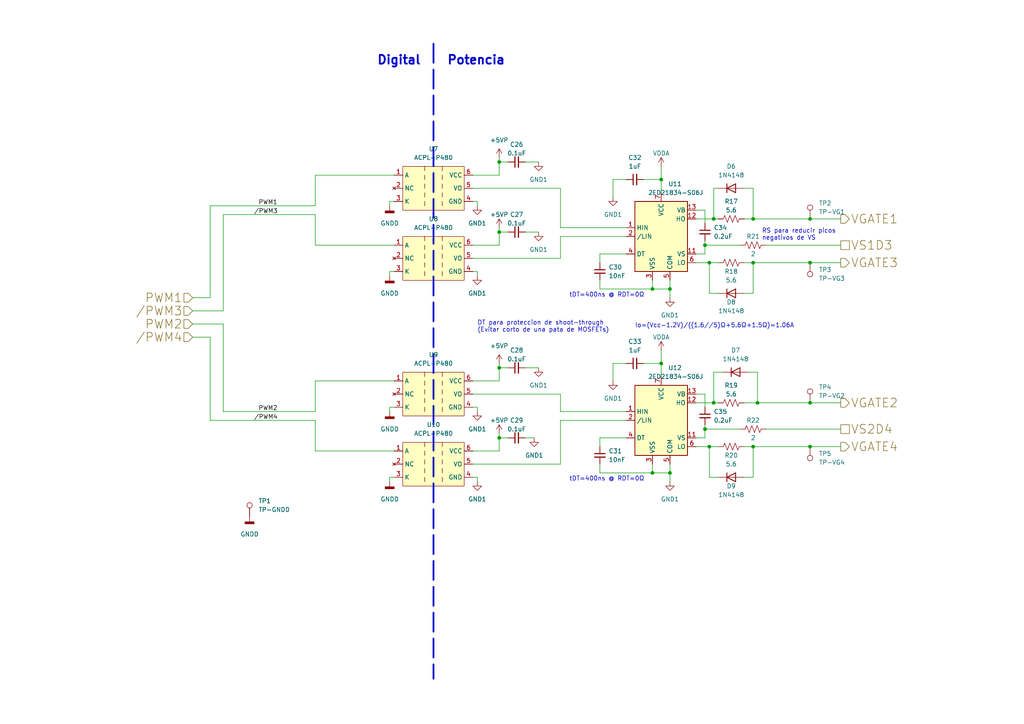
<source format=kicad_sch>
(kicad_sch (version 20211123) (generator eeschema)
  (paper "A4")
  (lib_symbols
    (symbol "2ED21834-S06J_1"
      (property "Reference" "U" (at 8.89 -1.27 0))
      (property "Value" "2ED21834-S06J_1" (at 16.51 1.27 0))
      (symbol "2ED21834-S06J_1_0_1"
        (rectangle (start -7.62 -10.16) (end 7.62 10.16) (stroke (width 0.254)) (fill (type background)))
      )
      (symbol "2ED21834-S06J_1_1_1"
        (pin input line (at -10.16 2.54 0) (length 2.54) (name "HIN") (number "1"))
        (pin no_connect line (at 7.62 -2.54 180) (length 2.54) hide (name "NC") (number "10"))
        (pin passive line (at 10.16 -5.08 180) (length 2.54) (name "VS") (number "11"))
        (pin output line (at 10.16 5.08 180) (length 2.54) (name "HO") (number "12"))
        (pin passive line (at 10.16 7.62 180) (length 2.54) (name "VB") (number "13"))
        (pin no_connect line (at 7.62 2.54 180) (length 2.54) hide (name "NC") (number "14"))
        (pin input line (at -10.16 0 0) (length 2.54) (name "/LIN") (number "2"))
        (pin power_in line (at -2.54 -12.7 90) (length 2.54) (name "VSS") (number "3"))
        (pin passive line (at -10.16 -5.08 0) (length 2.54) (name "DT") (number "4"))
        (pin power_in line (at 2.54 -12.7 90) (length 2.54) (name "COM") (number "5"))
        (pin output line (at 10.16 -7.62 180) (length 2.54) (name "LO") (number "6"))
        (pin power_in line (at 0 12.7 270) (length 2.54) (name "VCC") (number "7"))
        (pin no_connect line (at -7.62 5.08 0) (length 2.54) hide (name "NC") (number "8"))
        (pin no_connect line (at -7.62 -2.54 0) (length 2.54) hide (name "NC") (number "9"))
      )
    )
    (symbol "ACPL-P480_1"
      (property "Reference" "U" (at 0 -7.62 0))
      (property "Value" "ACPL-P480_1" (at 0 7.62 0))
      (symbol "ACPL-P480_1_0_1"
        (rectangle (start -8.89 6.35) (end 8.89 -6.35) (fill (type background)))
        (polyline (pts (xy -2.54 -3.81) (xy -2.54 -5.08)))
        (polyline (pts (xy -2.54 -1.27) (xy -2.54 -2.54)))
        (polyline (pts (xy -2.54 1.27) (xy -2.54 0)))
        (polyline (pts (xy -2.54 3.81) (xy -2.54 2.54)))
        (polyline (pts (xy -2.54 6.35) (xy -2.54 5.08)))
        (polyline (pts (xy 2.54 -3.81) (xy 2.54 -5.08)))
        (polyline (pts (xy 2.54 -1.27) (xy 2.54 -2.54)))
        (polyline (pts (xy 2.54 1.27) (xy 2.54 0)))
        (polyline (pts (xy 2.54 3.81) (xy 2.54 2.54)))
        (polyline (pts (xy 2.54 6.35) (xy 2.54 5.08)))
      )
      (symbol "ACPL-P480_1_1_1"
        (pin input line (at -11.43 3.81 0) (length 2.54) (name "A") (number "1"))
        (pin no_connect line (at -11.43 0 0) (length 2.54) (name "NC") (number "2"))
        (pin passive line (at -11.43 -3.81 0) (length 2.54) (name "K") (number "3"))
        (pin passive line (at 11.43 -3.81 180) (length 2.54) (name "GND") (number "4"))
        (pin output line (at 11.43 0 180) (length 2.54) (name "VO") (number "5"))
        (pin power_in line (at 11.43 3.81 180) (length 2.54) (name "VCC") (number "6"))
      )
    )
    (symbol "ACPL-P480_2"
      (property "Reference" "U" (at 0 -7.62 0))
      (property "Value" "ACPL-P480_2" (at 0 7.62 0))
      (symbol "ACPL-P480_2_0_1"
        (rectangle (start -8.89 6.35) (end 8.89 -6.35) (fill (type background)))
        (polyline (pts (xy -2.54 -3.81) (xy -2.54 -5.08)))
        (polyline (pts (xy -2.54 -1.27) (xy -2.54 -2.54)))
        (polyline (pts (xy -2.54 1.27) (xy -2.54 0)))
        (polyline (pts (xy -2.54 3.81) (xy -2.54 2.54)))
        (polyline (pts (xy -2.54 6.35) (xy -2.54 5.08)))
        (polyline (pts (xy 2.54 -3.81) (xy 2.54 -5.08)))
        (polyline (pts (xy 2.54 -1.27) (xy 2.54 -2.54)))
        (polyline (pts (xy 2.54 1.27) (xy 2.54 0)))
        (polyline (pts (xy 2.54 3.81) (xy 2.54 2.54)))
        (polyline (pts (xy 2.54 6.35) (xy 2.54 5.08)))
      )
      (symbol "ACPL-P480_2_1_1"
        (pin input line (at -11.43 3.81 0) (length 2.54) (name "A") (number "1"))
        (pin no_connect line (at -11.43 0 0) (length 2.54) (name "NC") (number "2"))
        (pin passive line (at -11.43 -3.81 0) (length 2.54) (name "K") (number "3"))
        (pin passive line (at 11.43 -3.81 180) (length 2.54) (name "GND") (number "4"))
        (pin output line (at 11.43 0 180) (length 2.54) (name "VO") (number "5"))
        (pin power_in line (at 11.43 3.81 180) (length 2.54) (name "VCC") (number "6"))
      )
    )
    (symbol "ACPL-P480_3"
      (property "Reference" "U" (at 0 -7.62 0))
      (property "Value" "ACPL-P480_3" (at 0 7.62 0))
      (symbol "ACPL-P480_3_0_1"
        (rectangle (start -8.89 6.35) (end 8.89 -6.35) (fill (type background)))
        (polyline (pts (xy -2.54 -3.81) (xy -2.54 -5.08)))
        (polyline (pts (xy -2.54 -1.27) (xy -2.54 -2.54)))
        (polyline (pts (xy -2.54 1.27) (xy -2.54 0)))
        (polyline (pts (xy -2.54 3.81) (xy -2.54 2.54)))
        (polyline (pts (xy -2.54 6.35) (xy -2.54 5.08)))
        (polyline (pts (xy 2.54 -3.81) (xy 2.54 -5.08)))
        (polyline (pts (xy 2.54 -1.27) (xy 2.54 -2.54)))
        (polyline (pts (xy 2.54 1.27) (xy 2.54 0)))
        (polyline (pts (xy 2.54 3.81) (xy 2.54 2.54)))
        (polyline (pts (xy 2.54 6.35) (xy 2.54 5.08)))
      )
      (symbol "ACPL-P480_3_1_1"
        (pin input line (at -11.43 3.81 0) (length 2.54) (name "A") (number "1"))
        (pin no_connect line (at -11.43 0 0) (length 2.54) (name "NC") (number "2"))
        (pin passive line (at -11.43 -3.81 0) (length 2.54) (name "K") (number "3"))
        (pin passive line (at 11.43 -3.81 180) (length 2.54) (name "GND") (number "4"))
        (pin output line (at 11.43 0 180) (length 2.54) (name "VO") (number "5"))
        (pin power_in line (at 11.43 3.81 180) (length 2.54) (name "VCC") (number "6"))
      )
    )
    (symbol "Componentes proyecto:2ED21834-S06J"
      (property "Reference" "U" (at 8.89 -1.27 0))
      (property "Value" "2ED21834-S06J" (at 16.51 1.27 0))
      (symbol "2ED21834-S06J_0_1"
        (rectangle (start -7.62 -10.16) (end 7.62 10.16) (stroke (width 0.254)) (fill (type background)))
      )
      (symbol "2ED21834-S06J_1_1"
        (pin input line (at -10.16 2.54 0) (length 2.54) (name "HIN") (number "1"))
        (pin no_connect line (at 7.62 -2.54 180) (length 2.54) hide (name "NC") (number "10"))
        (pin passive line (at 10.16 -5.08 180) (length 2.54) (name "VS") (number "11"))
        (pin output line (at 10.16 5.08 180) (length 2.54) (name "HO") (number "12"))
        (pin passive line (at 10.16 7.62 180) (length 2.54) (name "VB") (number "13"))
        (pin no_connect line (at 7.62 2.54 180) (length 2.54) hide (name "NC") (number "14"))
        (pin input line (at -10.16 0 0) (length 2.54) (name "/LIN") (number "2"))
        (pin power_in line (at -2.54 -12.7 90) (length 2.54) (name "VSS") (number "3"))
        (pin passive line (at -10.16 -5.08 0) (length 2.54) (name "DT") (number "4"))
        (pin power_in line (at 2.54 -12.7 90) (length 2.54) (name "COM") (number "5"))
        (pin output line (at 10.16 -7.62 180) (length 2.54) (name "LO") (number "6"))
        (pin power_in line (at 0 12.7 270) (length 2.54) (name "VCC") (number "7"))
        (pin no_connect line (at -7.62 5.08 0) (length 2.54) hide (name "NC") (number "8"))
        (pin no_connect line (at -7.62 -2.54 0) (length 2.54) hide (name "NC") (number "9"))
      )
    )
    (symbol "Componentes proyecto:ACPL-P480"
      (property "Reference" "U" (at 0 -7.62 0))
      (property "Value" "ACPL-P480" (at 0 7.62 0))
      (symbol "ACPL-P480_0_1"
        (rectangle (start -8.89 6.35) (end 8.89 -6.35) (fill (type background)))
        (polyline (pts (xy -2.54 -3.81) (xy -2.54 -5.08)))
        (polyline (pts (xy -2.54 -1.27) (xy -2.54 -2.54)))
        (polyline (pts (xy -2.54 1.27) (xy -2.54 0)))
        (polyline (pts (xy -2.54 3.81) (xy -2.54 2.54)))
        (polyline (pts (xy -2.54 6.35) (xy -2.54 5.08)))
        (polyline (pts (xy 2.54 -3.81) (xy 2.54 -5.08)))
        (polyline (pts (xy 2.54 -1.27) (xy 2.54 -2.54)))
        (polyline (pts (xy 2.54 1.27) (xy 2.54 0)))
        (polyline (pts (xy 2.54 3.81) (xy 2.54 2.54)))
        (polyline (pts (xy 2.54 6.35) (xy 2.54 5.08)))
      )
      (symbol "ACPL-P480_1_1"
        (pin input line (at -11.43 3.81 0) (length 2.54) (name "A") (number "1"))
        (pin no_connect line (at -11.43 0 0) (length 2.54) (name "NC") (number "2"))
        (pin passive line (at -11.43 -3.81 0) (length 2.54) (name "K") (number "3"))
        (pin passive line (at 11.43 -3.81 180) (length 2.54) (name "GND") (number "4"))
        (pin output line (at 11.43 0 180) (length 2.54) (name "VO") (number "5"))
        (pin power_in line (at 11.43 3.81 180) (length 2.54) (name "VCC") (number "6"))
      )
    )
    (symbol "Connector:TestPoint" (pin_numbers hide) (pin_names (offset 0.762) hide)
      (property "Reference" "TP" (at 0 6.858 0))
      (property "Value" "TestPoint" (at 0 5.08 0))
      (symbol "TestPoint_0_1"
        (circle (center 0 3.302) (radius 0.762))
      )
      (symbol "TestPoint_1_1"
        (pin passive line (at 0 0 90) (length 2.54) (name "1") (number "1"))
      )
    )
    (symbol "Device:C_Small" (pin_numbers hide) (pin_names (offset 0.254) hide)
      (property "Reference" "C" (at 0.254 1.778 0))
      (property "Value" "C_Small" (at 0.254 -2.032 0))
      (symbol "C_Small_0_1"
        (polyline (pts (xy -1.524 -0.508) (xy 1.524 -0.508)) (stroke (width 0.3302)))
        (polyline (pts (xy -1.524 0.508) (xy 1.524 0.508)) (stroke (width 0.3048)))
      )
      (symbol "C_Small_1_1"
        (pin passive line (at 0 2.54 270) (length 2.032) (name "~") (number "1"))
        (pin passive line (at 0 -2.54 90) (length 2.032) (name "~") (number "2"))
      )
    )
    (symbol "Device:R_US" (pin_numbers hide) (pin_names (offset 0))
      (property "Reference" "R" (at 2.54 0 90))
      (property "Value" "R_US" (at -2.54 0 90))
      (symbol "R_US_0_1"
        (polyline (pts (xy 0 -2.286) (xy 0 -2.54)))
        (polyline (pts (xy 0 2.286) (xy 0 2.54)))
        (polyline (pts (xy 0 -0.762) (xy 1.016 -1.143) (xy 0 -1.524) (xy -1.016 -1.905) (xy 0 -2.286)))
        (polyline (pts (xy 0 0.762) (xy 1.016 0.381) (xy 0 0) (xy -1.016 -0.381) (xy 0 -0.762)))
        (polyline (pts (xy 0 2.286) (xy 1.016 1.905) (xy 0 1.524) (xy -1.016 1.143) (xy 0 0.762)))
      )
      (symbol "R_US_1_1"
        (pin passive line (at 0 3.81 270) (length 1.27) (name "~") (number "1"))
        (pin passive line (at 0 -3.81 90) (length 1.27) (name "~") (number "2"))
      )
    )
    (symbol "Diode:1N4148" (pin_numbers hide) (pin_names (offset 1.016) hide)
      (property "Reference" "D" (at 0 2.54 0))
      (property "Value" "1N4148" (at 0 -2.54 0))
      (symbol "1N4148_0_1"
        (polyline (pts (xy -1.27 1.27) (xy -1.27 -1.27)) (stroke (width 0.254)))
        (polyline (pts (xy 1.27 0) (xy -1.27 0)))
        (polyline (pts (xy 1.27 1.27) (xy 1.27 -1.27) (xy -1.27 0) (xy 1.27 1.27)) (stroke (width 0.254)))
      )
      (symbol "1N4148_1_1"
        (pin passive line (at -3.81 0 0) (length 2.54) (name "K") (number "1"))
        (pin passive line (at 3.81 0 180) (length 2.54) (name "A") (number "2"))
      )
    )
    (symbol "power:+5VP" (power) (pin_names (offset 0))
      (property "Value" "+5VP" (at 0 3.556 0))
      (symbol "+5VP_0_1"
        (polyline (pts (xy -0.762 1.27) (xy 0 2.54)))
        (polyline (pts (xy 0 0) (xy 0 2.54)))
        (polyline (pts (xy 0 2.54) (xy 0.762 1.27)))
      )
      (symbol "+5VP_1_1"
        (pin power_in line (at 0 0 90) (length 0) hide (name "+5VP") (number "1"))
      )
    )
    (symbol "power:GND1" (power) (pin_names (offset 0))
      (property "Value" "GND1" (at 0 -3.81 0))
      (symbol "GND1_0_1"
        (polyline (pts (xy 0 0) (xy 0 -1.27) (xy 1.27 -1.27) (xy 0 -2.54) (xy -1.27 -1.27) (xy 0 -1.27)))
      )
      (symbol "GND1_1_1"
        (pin power_in line (at 0 0 270) (length 0) hide (name "GND1") (number "1"))
      )
    )
    (symbol "power:GNDD" (power) (pin_names (offset 0))
      (property "Value" "GNDD" (at 0 -3.175 0))
      (symbol "GNDD_0_1"
        (rectangle (start -1.27 -1.524) (end 1.27 -2.032) (stroke (width 0.254)) (fill (type outline)))
        (polyline (pts (xy 0 0) (xy 0 -1.524)))
      )
      (symbol "GNDD_1_1"
        (pin power_in line (at 0 0 270) (length 0) hide (name "GNDD") (number "1"))
      )
    )
    (symbol "power:VDDA" (power) (pin_names (offset 0))
      (property "Value" "VDDA" (at 0 3.81 0))
      (symbol "VDDA_0_1"
        (polyline (pts (xy -0.762 1.27) (xy 0 2.54)))
        (polyline (pts (xy 0 0) (xy 0 2.54)))
        (polyline (pts (xy 0 2.54) (xy 0.762 1.27)))
      )
      (symbol "VDDA_1_1"
        (pin power_in line (at 0 0 90) (length 0) hide (name "VDDA") (number "1"))
      )
    )
  )
  (junction (at 205.74 129.54))
  (junction (at 219.71 116.84))
  (junction (at 234.95 129.54))
  (junction (at 204.47 71.12))
  (junction (at 144.78 127))
  (junction (at 204.47 124.46))
  (junction (at 194.31 83.82))
  (junction (at 218.44 63.5))
  (junction (at 144.78 46.99))
  (junction (at 218.44 129.54))
  (junction (at 234.95 63.5))
  (junction (at 218.44 76.2))
  (junction (at 234.95 76.2))
  (junction (at 189.23 137.16))
  (junction (at 191.77 52.07))
  (junction (at 194.31 137.16))
  (junction (at 191.77 105.41))
  (junction (at 144.78 67.31))
  (junction (at 207.01 63.5))
  (junction (at 234.95 116.84))
  (junction (at 205.74 76.2))
  (junction (at 144.78 106.68))
  (junction (at 207.01 116.84))
  (junction (at 189.23 83.82))
  (wire (pts (xy 137.16 130.81) (xy 144.78 130.81)))
  (wire (pts (xy 215.9 116.84) (xy 219.71 116.84)))
  (wire (pts (xy 113.03 138.43) (xy 113.03 139.7)))
  (wire (pts (xy 162.56 121.92) (xy 181.61 121.92)))
  (wire (pts (xy 137.16 134.62) (xy 162.56 134.62)))
  (wire (pts (xy 218.44 129.54) (xy 218.44 138.43)))
  (wire (pts (xy 144.78 67.31) (xy 147.32 67.31)))
  (wire (pts (xy 207.01 116.84) (xy 208.28 116.84)))
  (wire (pts (xy 144.78 127) (xy 147.32 127)))
  (wire (pts (xy 114.3 78.74) (xy 113.03 78.74)))
  (wire (pts (xy 201.93 129.54) (xy 205.74 129.54)))
  (wire (pts (xy 137.16 74.93) (xy 162.56 74.93)))
  (wire (pts (xy 204.47 124.46) (xy 204.47 127)))
  (wire (pts (xy 144.78 46.99) (xy 144.78 45.72)))
  (wire (pts (xy 91.44 50.8) (xy 114.3 50.8)))
  (wire (pts (xy 144.78 130.81) (xy 144.78 127)))
  (wire (pts (xy 204.47 114.3) (xy 201.93 114.3)))
  (wire (pts (xy 215.9 129.54) (xy 218.44 129.54)))
  (wire (pts (xy 137.16 54.61) (xy 162.56 54.61)))
  (wire (pts (xy 137.16 114.3) (xy 162.56 114.3)))
  (wire (pts (xy 173.99 134.62) (xy 173.99 137.16)))
  (wire (pts (xy 219.71 116.84) (xy 234.95 116.84)))
  (wire (pts (xy 91.44 62.23) (xy 91.44 71.12)))
  (wire (pts (xy 162.56 74.93) (xy 162.56 68.58)))
  (wire (pts (xy 215.9 85.09) (xy 218.44 85.09)))
  (wire (pts (xy 181.61 127) (xy 173.99 127)))
  (wire (pts (xy 114.3 138.43) (xy 113.03 138.43)))
  (wire (pts (xy 162.56 134.62) (xy 162.56 121.92)))
  (wire (pts (xy 137.16 71.12) (xy 144.78 71.12)))
  (wire (pts (xy 60.96 59.69) (xy 91.44 59.69)))
  (wire (pts (xy 91.44 121.92) (xy 91.44 130.81)))
  (wire (pts (xy 144.78 50.8) (xy 144.78 46.99)))
  (wire (pts (xy 91.44 110.49) (xy 114.3 110.49)))
  (wire (pts (xy 64.77 93.98) (xy 64.77 119.38)))
  (wire (pts (xy 204.47 118.11) (xy 204.47 114.3)))
  (wire (pts (xy 137.16 50.8) (xy 144.78 50.8)))
  (wire (pts (xy 64.77 62.23) (xy 91.44 62.23)))
  (wire (pts (xy 218.44 54.61) (xy 218.44 63.5)))
  (wire (pts (xy 152.4 106.68) (xy 156.21 106.68)))
  (wire (pts (xy 209.55 107.95) (xy 207.01 107.95)))
  (wire (pts (xy 60.96 86.36) (xy 60.96 59.69)))
  (wire (pts (xy 137.16 58.42) (xy 138.43 58.42)))
  (wire (pts (xy 189.23 134.62) (xy 189.23 137.16)))
  (wire (pts (xy 162.56 68.58) (xy 181.61 68.58)))
  (wire (pts (xy 137.16 138.43) (xy 138.43 138.43)))
  (wire (pts (xy 205.74 129.54) (xy 205.74 138.43)))
  (wire (pts (xy 201.93 116.84) (xy 207.01 116.84)))
  (wire (pts (xy 204.47 71.12) (xy 204.47 73.66)))
  (wire (pts (xy 144.78 71.12) (xy 144.78 67.31)))
  (wire (pts (xy 60.96 97.79) (xy 60.96 121.92)))
  (wire (pts (xy 191.77 101.6) (xy 191.77 105.41)))
  (wire (pts (xy 91.44 59.69) (xy 91.44 50.8)))
  (wire (pts (xy 144.78 106.68) (xy 144.78 105.41)))
  (wire (pts (xy 91.44 119.38) (xy 91.44 110.49)))
  (wire (pts (xy 205.74 76.2) (xy 205.74 85.09)))
  (wire (pts (xy 144.78 46.99) (xy 147.32 46.99)))
  (wire (pts (xy 173.99 137.16) (xy 189.23 137.16)))
  (wire (pts (xy 215.9 76.2) (xy 218.44 76.2)))
  (wire (pts (xy 234.95 76.2) (xy 243.84 76.2)))
  (wire (pts (xy 177.8 105.41) (xy 177.8 110.49)))
  (wire (pts (xy 55.88 86.36) (xy 60.96 86.36)))
  (wire (pts (xy 234.95 116.84) (xy 243.84 116.84)))
  (wire (pts (xy 64.77 90.17) (xy 64.77 62.23)))
  (wire (pts (xy 194.31 134.62) (xy 194.31 137.16)))
  (wire (pts (xy 207.01 63.5) (xy 208.28 63.5)))
  (wire (pts (xy 138.43 118.11) (xy 138.43 119.38)))
  (wire (pts (xy 152.4 127) (xy 154.94 127)))
  (wire (pts (xy 204.47 60.96) (xy 201.93 60.96)))
  (wire (pts (xy 208.28 54.61) (xy 207.01 54.61)))
  (wire (pts (xy 205.74 76.2) (xy 208.28 76.2)))
  (wire (pts (xy 218.44 85.09) (xy 218.44 76.2)))
  (wire (pts (xy 181.61 52.07) (xy 177.8 52.07)))
  (wire (pts (xy 114.3 118.11) (xy 113.03 118.11)))
  (wire (pts (xy 222.25 124.46) (xy 243.84 124.46)))
  (wire (pts (xy 181.61 105.41) (xy 177.8 105.41)))
  (wire (pts (xy 55.88 90.17) (xy 64.77 90.17)))
  (wire (pts (xy 205.74 129.54) (xy 208.28 129.54)))
  (wire (pts (xy 208.28 85.09) (xy 205.74 85.09)))
  (wire (pts (xy 218.44 129.54) (xy 234.95 129.54)))
  (wire (pts (xy 208.28 138.43) (xy 205.74 138.43)))
  (wire (pts (xy 60.96 121.92) (xy 91.44 121.92)))
  (wire (pts (xy 186.69 52.07) (xy 191.77 52.07)))
  (wire (pts (xy 144.78 106.68) (xy 147.32 106.68)))
  (wire (pts (xy 201.93 63.5) (xy 207.01 63.5)))
  (wire (pts (xy 204.47 124.46) (xy 214.63 124.46)))
  (wire (pts (xy 91.44 130.81) (xy 114.3 130.81)))
  (wire (pts (xy 177.8 52.07) (xy 177.8 57.15)))
  (wire (pts (xy 189.23 81.28) (xy 189.23 83.82)))
  (wire (pts (xy 191.77 48.26) (xy 191.77 52.07)))
  (wire (pts (xy 204.47 69.85) (xy 204.47 71.12)))
  (wire (pts (xy 173.99 81.28) (xy 173.99 83.82)))
  (wire (pts (xy 113.03 118.11) (xy 113.03 119.38)))
  (wire (pts (xy 152.4 67.31) (xy 156.21 67.31)))
  (wire (pts (xy 218.44 63.5) (xy 234.95 63.5)))
  (wire (pts (xy 137.16 110.49) (xy 144.78 110.49)))
  (wire (pts (xy 207.01 107.95) (xy 207.01 116.84)))
  (wire (pts (xy 204.47 64.77) (xy 204.47 60.96)))
  (wire (pts (xy 173.99 127) (xy 173.99 129.54)))
  (wire (pts (xy 138.43 58.42) (xy 138.43 59.69)))
  (wire (pts (xy 219.71 107.95) (xy 219.71 116.84)))
  (wire (pts (xy 162.56 54.61) (xy 162.56 66.04)))
  (wire (pts (xy 144.78 127) (xy 144.78 125.73)))
  (wire (pts (xy 234.95 129.54) (xy 243.84 129.54)))
  (wire (pts (xy 181.61 73.66) (xy 173.99 73.66)))
  (wire (pts (xy 137.16 78.74) (xy 138.43 78.74)))
  (wire (pts (xy 189.23 83.82) (xy 194.31 83.82)))
  (wire (pts (xy 114.3 58.42) (xy 113.03 58.42)))
  (wire (pts (xy 144.78 110.49) (xy 144.78 106.68)))
  (wire (pts (xy 234.95 63.5) (xy 243.84 63.5)))
  (wire (pts (xy 113.03 58.42) (xy 113.03 59.69)))
  (wire (pts (xy 91.44 71.12) (xy 114.3 71.12)))
  (wire (pts (xy 204.47 73.66) (xy 201.93 73.66)))
  (wire (pts (xy 186.69 105.41) (xy 191.77 105.41)))
  (wire (pts (xy 194.31 137.16) (xy 194.31 139.7)))
  (wire (pts (xy 194.31 83.82) (xy 194.31 86.36)))
  (wire (pts (xy 55.88 97.79) (xy 60.96 97.79)))
  (wire (pts (xy 144.78 67.31) (xy 144.78 66.04)))
  (wire (pts (xy 194.31 81.28) (xy 194.31 83.82)))
  (wire (pts (xy 152.4 46.99) (xy 156.21 46.99)))
  (wire (pts (xy 217.17 107.95) (xy 219.71 107.95)))
  (wire (pts (xy 207.01 54.61) (xy 207.01 63.5)))
  (wire (pts (xy 201.93 127) (xy 204.47 127)))
  (wire (pts (xy 173.99 83.82) (xy 189.23 83.82)))
  (wire (pts (xy 215.9 54.61) (xy 218.44 54.61)))
  (polyline (pts (xy 125.73 12.7) (xy 125.73 196.85)) (stroke (width 0.5)))
  (wire (pts (xy 189.23 137.16) (xy 194.31 137.16)))
  (wire (pts (xy 204.47 71.12) (xy 214.63 71.12)))
  (wire (pts (xy 138.43 78.74) (xy 138.43 80.01)))
  (wire (pts (xy 191.77 105.41) (xy 191.77 109.22)))
  (wire (pts (xy 218.44 76.2) (xy 234.95 76.2)))
  (wire (pts (xy 113.03 78.74) (xy 113.03 80.01)))
  (wire (pts (xy 55.88 93.98) (xy 64.77 93.98)))
  (wire (pts (xy 215.9 138.43) (xy 218.44 138.43)))
  (wire (pts (xy 162.56 114.3) (xy 162.56 119.38)))
  (wire (pts (xy 222.25 71.12) (xy 243.84 71.12)))
  (wire (pts (xy 162.56 66.04) (xy 181.61 66.04)))
  (wire (pts (xy 64.77 119.38) (xy 91.44 119.38)))
  (wire (pts (xy 215.9 63.5) (xy 218.44 63.5)))
  (wire (pts (xy 191.77 52.07) (xy 191.77 55.88)))
  (wire (pts (xy 201.93 76.2) (xy 205.74 76.2)))
  (wire (pts (xy 204.47 124.46) (xy 204.47 123.19)))
  (wire (pts (xy 162.56 119.38) (xy 181.61 119.38)))
  (wire (pts (xy 137.16 118.11) (xy 138.43 118.11)))
  (wire (pts (xy 173.99 73.66) (xy 173.99 76.2)))
  (wire (pts (xy 138.43 138.43) (xy 138.43 139.7)))
  (text "Io=(Vcc-1.2V)/((1.6//5)Ω+5.6Ω+1.5Ω)=1.06A" (at 184.15 95.25 0) (effects (font (size 1.27 1.27)) (justify left bottom)))
  (text "RS para reducir picos\nnegativos de VS" (at 220.98 69.85 0) (effects (font (size 1.27 1.27)) (justify left bottom)))
  (text "DT para proteccion de shoot-through\n(Evitar corto de una pata de MOSFETs)" (at 138.43 96.52 0) (effects (font (size 1.27 1.27)) (justify left bottom)))
  (text "tDT=400ns @ RDT=0Ω" (at 165.1 139.7 0) (effects (font (size 1.27 1.27)) (justify left bottom)))
  (text "Digital" (at 109.22 19.05 0) (effects (font (size 2.54 2.54) (thickness 0.508) bold) (justify left bottom)))
  (text "Potencia" (at 129.54 19.05 0) (effects (font (size 2.54 2.54) (thickness 0.508) bold) (justify left bottom)))
  (text "tDT=400ns @ RDT=0Ω" (at 165.1 86.36 0) (effects (font (size 1.27 1.27)) (justify left bottom)))
  (label "PWM1" (at 74.93 59.69 0))
  (label "{slash}PWM3" (at 73.66 62.23 0))
  (label "PWM2" (at 74.93 119.38 0))
  (label "{slash}PWM4" (at 73.66 121.92 0))
  (hierarchical_label "{slash}PWM4" (shape input) (at 55.88 97.79 180) (effects (font (size 2.54 2.54))))
  (hierarchical_label "VGATE3" (shape output) (at 243.84 76.2 0) (effects (font (size 2.54 2.54))))
  (hierarchical_label "PWM2" (shape input) (at 55.88 93.98 180) (effects (font (size 2.54 2.54))))
  (hierarchical_label "VGATE2" (shape output) (at 243.84 116.84 0) (effects (font (size 2.54 2.54))))
  (hierarchical_label "VGATE1" (shape output) (at 243.84 63.5 0) (effects (font (size 2.54 2.54))))
  (hierarchical_label "VS1D3" (shape passive) (at 243.84 71.12 0) (effects (font (size 2.54 2.54))))
  (hierarchical_label "VGATE4" (shape output) (at 243.84 129.54 0) (effects (font (size 2.54 2.54))))
  (hierarchical_label "{slash}PWM3" (shape input) (at 55.88 90.17 180) (effects (font (size 2.54 2.54))))
  (hierarchical_label "VS2D4" (shape passive) (at 243.84 124.46 0) (effects (font (size 2.54 2.54))))
  (hierarchical_label "PWM1" (shape input) (at 55.88 86.36 180) (effects (font (size 2.54 2.54))))
  (symbol (lib_id "power:GND1") (at 138.43 119.38 0) (unit 1)
    (property "Reference" "#PWR059" (effects hide))
    (property "Value" "GND1" (at 138.43 124.46 0))
  )
  (symbol (lib_id "power:GND1") (at 156.21 106.68 0) (unit 1)
    (property "Reference" "#PWR068" (effects hide))
    (property "Value" "GND1" (at 156.21 111.76 0))
  )
  (symbol (lib_id "Device:C_Small") (at 173.99 132.08 0) (unit 1)
    (property "Reference" "C31" (at 176.53 130.8162 0) (effects (justify left)))
    (property "Value" "10nF" (at 176.53 133.3562 0) (effects (justify left)))
    (property "Footprint" "Capacitor_SMD:C_1206_3216Metric_Pad1.33x1.80mm_HandSolder" (effects hide))
  )
  (symbol (lib_id "power:GND1") (at 194.31 86.36 0) (unit 1)
    (property "Reference" "#PWR073" (effects hide))
    (property "Value" "GND1" (at 194.31 91.44 0))
  )
  (symbol (lib_id "Device:C_Small") (at 149.86 106.68 90) (unit 1)
    (property "Reference" "C28" (at 149.86 101.6 90))
    (property "Value" "0.1uF" (at 149.86 104.14 90))
    (property "Footprint" "Capacitor_SMD:C_1206_3216Metric_Pad1.33x1.80mm_HandSolder" (effects hide))
  )
  (symbol (lib_id "Componentes proyecto:ACPL-P480") (at 125.73 54.61 0) (unit 1)
    (property "Reference" "U7" (at 125.73 43.18 0))
    (property "Value" "ACPL-P480" (at 125.73 45.72 0))
    (property "Footprint" "Package_SO:SSO-6_6.8x4.6mm_P1.27mm_Clearance7mm" (effects hide))
  )
  (symbol (lib_id "Connector:TestPoint") (at 234.95 63.5 0) (unit 1)
    (property "Reference" "TP2" (at 237.49 58.9279 0) (effects (justify left)))
    (property "Value" "TP-VG1" (at 237.49 61.4679 0) (effects (justify left)))
    (property "Footprint" "TestPoint:TestPoint_THTPad_2.0x2.0mm_Drill1.0mm" (effects hide))
  )
  (symbol (lib_id "Device:C_Small") (at 204.47 120.65 0) (unit 1)
    (property "Reference" "C35" (at 207.01 119.3862 0) (effects (justify left)))
    (property "Value" "0.2uF" (at 207.01 121.9262 0) (effects (justify left)))
    (property "Footprint" "Capacitor_SMD:C_1206_3216Metric_Pad1.33x1.80mm_HandSolder" (effects hide))
  )
  (symbol (lib_id "power:GND1") (at 138.43 80.01 0) (unit 1)
    (property "Reference" "#PWR058" (effects hide))
    (property "Value" "GND1" (at 138.43 85.09 0))
  )
  (symbol (lib_id "power:GNDD") (at 113.03 59.69 0) (unit 1)
    (property "Reference" "#PWR053" (effects hide))
    (property "Value" "GNDD" (at 113.03 64.77 0))
  )
  (symbol (lib_id "power:GNDD") (at 113.03 139.7 0) (unit 1)
    (property "Reference" "#PWR056" (effects hide))
    (property "Value" "GNDD" (at 113.03 144.78 0))
  )
  (symbol (lib_id "Device:C_Small") (at 149.86 67.31 90) (unit 1)
    (property "Reference" "C27" (at 149.86 62.23 90))
    (property "Value" "0.1uF" (at 149.86 64.77 90))
    (property "Footprint" "Capacitor_SMD:C_1206_3216Metric_Pad1.33x1.80mm_HandSolder" (effects hide))
  )
  (symbol (lib_name "ACPL-P480_2") (lib_id "Componentes proyecto:ACPL-P480") (at 125.73 134.62 0) (unit 1)
    (property "Reference" "U10" (at 125.73 123.19 0))
    (property "Value" "ACPL-P480" (at 125.73 125.73 0))
    (property "Footprint" "Package_SO:SSO-6_6.8x4.6mm_P1.27mm_Clearance7mm" (effects hide))
  )
  (symbol (lib_id "power:+5VP") (at 144.78 45.72 0) (unit 1)
    (property "Reference" "#PWR061" (effects hide))
    (property "Value" "+5VP" (at 144.78 40.64 0))
  )
  (symbol (lib_id "Device:R_US") (at 212.09 116.84 90) (unit 1)
    (property "Reference" "R19" (at 212.09 111.76 90))
    (property "Value" "5.6" (at 212.09 114.3 90))
    (property "Footprint" "Resistor_SMD:R_1206_3216Metric_Pad1.30x1.75mm_HandSolder" (effects hide))
  )
  (symbol (lib_id "Componentes proyecto:2ED21834-S06J") (at 191.77 121.92 0) (unit 1)
    (property "Reference" "U12" (at 193.7894 106.68 0) (effects (justify left)))
    (property "Value" "2ED21834-S06J" (at 187.96 109.22 0) (effects (justify left)))
    (property "Footprint" "Package_SO:SO-14_3.9x8.65mm_P1.27mm" (effects hide))
  )
  (symbol (lib_id "Diode:1N4148") (at 212.09 54.61 0) (unit 1)
    (property "Reference" "D6" (at 212.09 48.26 0))
    (property "Value" "1N4148" (at 212.09 50.8 0))
    (property "Footprint" "Diode_THT:D_DO-35_SOD27_P7.62mm_Horizontal" (effects hide))
    (property "Datasheet" "https://assets.nexperia.com/documents/data-sheet/1N4148_1N4448.pdf" (effects hide))
  )
  (symbol (lib_id "power:GND1") (at 154.94 127 0) (unit 1)
    (property "Reference" "#PWR065" (effects hide))
    (property "Value" "GND1" (at 154.94 132.08 0))
  )
  (symbol (lib_name "ACPL-P480_3") (lib_id "Componentes proyecto:ACPL-P480") (at 125.73 74.93 0) (unit 1)
    (property "Reference" "U8" (at 125.73 63.5 0))
    (property "Value" "ACPL-P480" (at 125.73 66.04 0))
    (property "Footprint" "Package_SO:SSO-6_6.8x4.6mm_P1.27mm_Clearance7mm" (effects hide))
  )
  (symbol (lib_id "power:GNDD") (at 113.03 119.38 0) (unit 1)
    (property "Reference" "#PWR055" (effects hide))
    (property "Value" "GNDD" (at 113.03 124.46 0))
  )
  (symbol (lib_id "power:GND1") (at 194.31 139.7 0) (unit 1)
    (property "Reference" "#PWR074" (effects hide))
    (property "Value" "GND1" (at 194.31 144.78 0))
  )
  (symbol (lib_id "Diode:1N4148") (at 213.36 107.95 0) (unit 1)
    (property "Reference" "D7" (at 213.36 101.6 0))
    (property "Value" "1N4148" (at 213.36 104.14 0))
    (property "Footprint" "Diode_THT:D_DO-35_SOD27_P7.62mm_Horizontal" (effects hide))
    (property "Datasheet" "https://assets.nexperia.com/documents/data-sheet/1N4148_1N4448.pdf" (effects hide))
  )
  (symbol (lib_id "Device:C_Small") (at 149.86 46.99 90) (unit 1)
    (property "Reference" "C26" (at 149.86 41.91 90))
    (property "Value" "0.1uF" (at 149.86 44.45 90))
    (property "Footprint" "Capacitor_SMD:C_1206_3216Metric_Pad1.33x1.80mm_HandSolder" (effects hide))
  )
  (symbol (lib_id "Device:R_US") (at 218.44 71.12 90) (unit 1)
    (property "Reference" "R21" (at 218.44 68.58 90))
    (property "Value" "2" (at 218.44 73.66 90))
    (property "Footprint" "Resistor_SMD:R_1206_3216Metric_Pad1.30x1.75mm_HandSolder" (effects hide))
  )
  (symbol (lib_id "power:GNDD") (at 72.39 149.86 0) (unit 1)
    (property "Reference" "#PWR052" (effects hide))
    (property "Value" "GNDD" (at 72.39 154.94 0))
  )
  (symbol (lib_id "power:GND1") (at 177.8 57.15 0) (unit 1)
    (property "Reference" "#PWR069" (effects hide))
    (property "Value" "GND1" (at 177.8 62.23 0))
  )
  (symbol (lib_id "Device:C_Small") (at 184.15 52.07 90) (unit 1)
    (property "Reference" "C32" (at 184.1563 45.72 90))
    (property "Value" "1uF" (at 184.1563 48.26 90))
    (property "Footprint" "Capacitor_SMD:C_1206_3216Metric_Pad1.33x1.80mm_HandSolder" (effects hide))
  )
  (symbol (lib_id "power:GND1") (at 138.43 59.69 0) (unit 1)
    (property "Reference" "#PWR057" (effects hide))
    (property "Value" "GND1" (at 138.43 64.77 0))
  )
  (symbol (lib_id "Device:R_US") (at 212.09 76.2 90) (unit 1)
    (property "Reference" "R18" (at 212.09 78.74 90))
    (property "Value" "5.6" (at 212.09 81.28 90))
    (property "Footprint" "Resistor_SMD:R_1206_3216Metric_Pad1.30x1.75mm_HandSolder" (effects hide))
  )
  (symbol (lib_id "power:GND1") (at 138.43 139.7 0) (unit 1)
    (property "Reference" "#PWR060" (effects hide))
    (property "Value" "GND1" (at 138.43 144.78 0))
  )
  (symbol (lib_id "power:GND1") (at 156.21 67.31 0) (unit 1)
    (property "Reference" "#PWR067" (effects hide))
    (property "Value" "GND1" (at 156.21 72.39 0))
  )
  (symbol (lib_id "Device:R_US") (at 212.09 63.5 90) (unit 1)
    (property "Reference" "R17" (at 212.09 58.42 90))
    (property "Value" "5.6" (at 212.09 60.96 90))
    (property "Footprint" "Resistor_SMD:R_1206_3216Metric_Pad1.30x1.75mm_HandSolder" (effects hide))
  )
  (symbol (lib_id "Device:C_Small") (at 149.86 127 90) (unit 1)
    (property "Reference" "C29" (at 149.86 121.92 90))
    (property "Value" "0.1uF" (at 149.86 124.46 90))
    (property "Footprint" "Capacitor_SMD:C_1206_3216Metric_Pad1.33x1.80mm_HandSolder" (effects hide))
  )
  (symbol (lib_id "power:+5VP") (at 144.78 125.73 0) (unit 1)
    (property "Reference" "#PWR064" (effects hide))
    (property "Value" "+5VP" (at 144.78 121.92 0))
  )
  (symbol (lib_id "Connector:TestPoint") (at 234.95 116.84 0) (unit 1)
    (property "Reference" "TP4" (at 237.49 112.2679 0) (effects (justify left)))
    (property "Value" "TP-VG2" (at 237.49 114.8079 0) (effects (justify left)))
    (property "Footprint" "TestPoint:TestPoint_THTPad_2.0x2.0mm_Drill1.0mm" (effects hide))
  )
  (symbol (lib_id "Device:C_Small") (at 173.99 78.74 0) (unit 1)
    (property "Reference" "C30" (at 176.53 77.4762 0) (effects (justify left)))
    (property "Value" "10nF" (at 176.53 80.0162 0) (effects (justify left)))
    (property "Footprint" "Capacitor_SMD:C_1206_3216Metric_Pad1.33x1.80mm_HandSolder" (effects hide))
  )
  (symbol (lib_id "power:GND1") (at 177.8 110.49 0) (unit 1)
    (property "Reference" "#PWR070" (effects hide))
    (property "Value" "GND1" (at 177.8 115.57 0))
  )
  (symbol (lib_id "power:VDDA") (at 191.77 48.26 0) (unit 1)
    (property "Reference" "#PWR071" (effects hide))
    (property "Value" "VDDA" (at 191.77 44.45 0))
  )
  (symbol (lib_id "power:+5VP") (at 144.78 66.04 0) (unit 1)
    (property "Reference" "#PWR062" (effects hide))
    (property "Value" "+5VP" (at 144.78 62.23 0))
  )
  (symbol (lib_id "Device:C_Small") (at 204.47 67.31 0) (unit 1)
    (property "Reference" "C34" (at 207.01 66.0462 0) (effects (justify left)))
    (property "Value" "0.2uF" (at 207.01 68.58 0) (effects (justify left)))
    (property "Footprint" "Capacitor_SMD:C_1206_3216Metric_Pad1.33x1.80mm_HandSolder" (effects hide))
  )
  (symbol (lib_id "Device:R_US") (at 218.44 124.46 90) (unit 1)
    (property "Reference" "R22" (at 218.44 121.92 90))
    (property "Value" "2" (at 218.44 127 90))
    (property "Footprint" "Resistor_SMD:R_1206_3216Metric_Pad1.30x1.75mm_HandSolder" (effects hide))
  )
  (symbol (lib_id "Device:C_Small") (at 184.15 105.41 90) (unit 1)
    (property "Reference" "C33" (at 184.1563 99.06 90))
    (property "Value" "1uF" (at 184.1563 101.6 90))
    (property "Footprint" "Capacitor_SMD:C_1206_3216Metric_Pad1.33x1.80mm_HandSolder" (effects hide))
  )
  (symbol (lib_id "Device:R_US") (at 212.09 129.54 90) (unit 1)
    (property "Reference" "R20" (at 212.09 132.08 90))
    (property "Value" "5.6" (at 212.09 134.62 90))
    (property "Footprint" "Resistor_SMD:R_1206_3216Metric_Pad1.30x1.75mm_HandSolder" (effects hide))
  )
  (symbol (lib_id "Connector:TestPoint") (at 234.95 76.2 180) (unit 1)
    (property "Reference" "TP3" (at 237.49 78.2319 0) (effects (justify right)))
    (property "Value" "TP-VG3" (at 237.49 80.7719 0) (effects (justify right)))
    (property "Footprint" "TestPoint:TestPoint_THTPad_2.0x2.0mm_Drill1.0mm" (effects hide))
  )
  (symbol (lib_name "2ED21834-S06J_1") (lib_id "Componentes proyecto:2ED21834-S06J") (at 191.77 68.58 0) (unit 1)
    (property "Reference" "U11" (at 193.7894 53.34 0) (effects (justify left)))
    (property "Value" "2ED21834-S06J" (at 187.96 55.88 0) (effects (justify left)))
    (property "Footprint" "Package_SO:SO-14_3.9x8.65mm_P1.27mm" (effects hide))
  )
  (symbol (lib_id "Connector:TestPoint") (at 72.39 149.86 0) (unit 1)
    (property "Reference" "TP1" (at 74.93 145.2879 0) (effects (justify left)))
    (property "Value" "TP-GNDD" (at 74.93 147.8279 0) (effects (justify left)))
    (property "Footprint" "TestPoint:TestPoint_THTPad_2.0x2.0mm_Drill1.0mm" (effects hide))
  )
  (symbol (lib_id "power:+5VP") (at 144.78 105.41 0) (unit 1)
    (property "Reference" "#PWR063" (effects hide))
    (property "Value" "+5VP" (at 144.78 100.33 0))
  )
  (symbol (lib_id "power:GNDD") (at 113.03 80.01 0) (unit 1)
    (property "Reference" "#PWR054" (effects hide))
    (property "Value" "GNDD" (at 113.03 85.09 0))
  )
  (symbol (lib_id "power:VDDA") (at 191.77 101.6 0) (unit 1)
    (property "Reference" "#PWR072" (effects hide))
    (property "Value" "VDDA" (at 191.77 97.79 0))
  )
  (symbol (lib_id "Connector:TestPoint") (at 234.95 129.54 180) (unit 1)
    (property "Reference" "TP5" (at 237.49 131.5719 0) (effects (justify right)))
    (property "Value" "TP-VG4" (at 237.49 134.1119 0) (effects (justify right)))
    (property "Footprint" "TestPoint:TestPoint_THTPad_2.0x2.0mm_Drill1.0mm" (effects hide))
  )
  (symbol (lib_name "ACPL-P480_1") (lib_id "Componentes proyecto:ACPL-P480") (at 125.73 114.3 0) (unit 1)
    (property "Reference" "U9" (at 125.73 102.87 0))
    (property "Value" "ACPL-P480" (at 125.73 105.41 0))
    (property "Footprint" "Package_SO:SSO-6_6.8x4.6mm_P1.27mm_Clearance7mm" (effects hide))
  )
  (symbol (lib_id "power:GND1") (at 156.21 46.99 0) (unit 1)
    (property "Reference" "#PWR066" (effects hide))
    (property "Value" "GND1" (at 156.21 52.07 0))
  )
  (symbol (lib_id "Diode:1N4148") (at 212.09 138.43 0) (unit 1)
    (property "Reference" "D9" (at 212.09 140.97 0))
    (property "Value" "1N4148" (at 212.09 143.51 0))
    (property "Footprint" "Diode_THT:D_DO-35_SOD27_P7.62mm_Horizontal" (effects hide))
    (property "Datasheet" "https://assets.nexperia.com/documents/data-sheet/1N4148_1N4448.pdf" (effects hide))
  )
  (symbol (lib_id "Diode:1N4148") (at 212.09 85.09 0) (unit 1)
    (property "Reference" "D8" (at 212.09 87.63 0))
    (property "Value" "1N4148" (at 212.09 90.17 0))
    (property "Footprint" "Diode_THT:D_DO-35_SOD27_P7.62mm_Horizontal" (effects hide))
    (property "Datasheet" "https://assets.nexperia.com/documents/data-sheet/1N4148_1N4448.pdf" (effects hide))
  )
)
</source>
